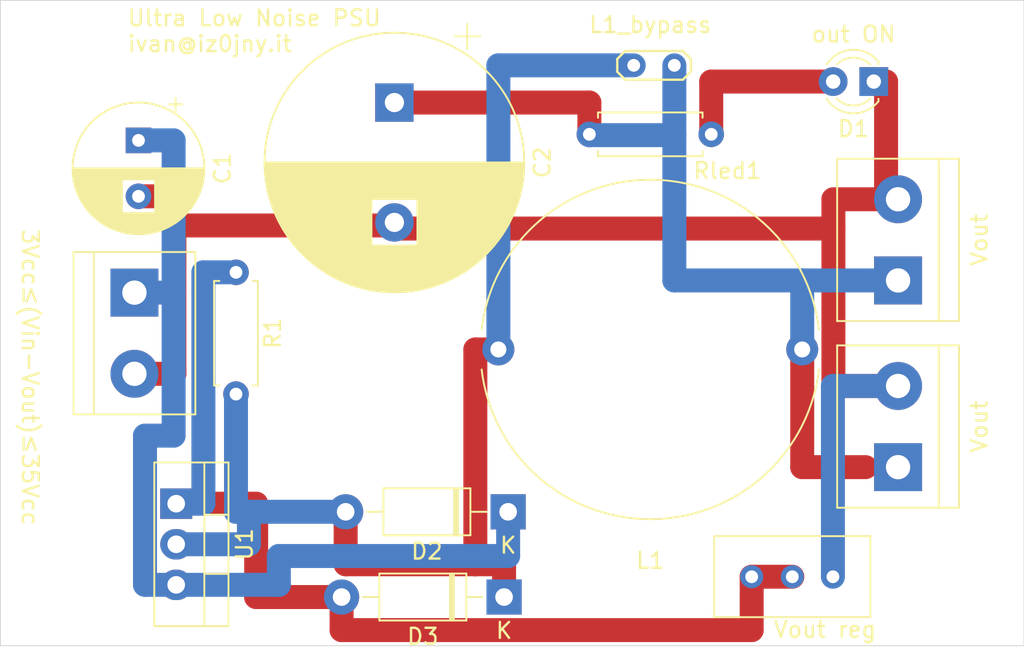
<source format=kicad_pcb>
(kicad_pcb (version 20221018) (generator pcbnew)
  (layers (0 "F.Cu" signal) (31 "B.Cu" signal) (34 "B.Paste" user) (35 "F.Paste" user) (36 "B.SilkS" user "B.Silkscreen") (37 "F.SilkS" user "F.Silkscreen") (38 "B.Mask" user) (39 "F.Mask" user) (44 "Edge.Cuts" user))
  (net 0 "")
  (net 1 "Net-(D2-A)")
  (net 2 "GND")
  (net 3 "Net-(J2-Pin_1)")
  (net 4 "Net-(D1-A)")
  (net 5 "Net-(D2-K)")
  (net 6 "Net-(D3-A)")
  (footprint "Diode_THT:D_DO-41_SOD81_P10.16mm_Horizontal" (layer "F.Cu") (at 153.67 115.062 180)
    (fp_text reference "D2" (at 5.08 -2.47) (layer "F.SilkS"))
    (fp_text value "1N5819")
    (fp_text user "K" (at 0 -2.1) (layer "F.SilkS"))
    (pad "1" thru_hole rect (at 0 0 180) (size 2.2 2.2) (drill 1.1) (layers "*.Cu" "*.Mask") (net 5 "Net-(D2-K)"))
    (pad "2" thru_hole oval (at 10.16 0 180) (size 2.2 2.2) (drill 1.1) (layers "*.Cu" "*.Mask") (net 1 "Net-(D2-A)"))
  )
  (footprint "MountingHole:MountingHole_3mm" (layer "F.Cu") (at 125.984 86.868)
    (fp_text reference "REF**" hide)
    (fp_text value "MountingHole_3mm" hide)
    (pad "" np_thru_hole circle (at 0 0) (size 3 3) (drill 3) (layers "*.Cu" "*.Mask"))
  )
  (footprint "TestPoint:TestPoint_2Pads_Pitch2.54mm_Drill0.8mm" (layer "F.Cu") (at 164.064 87.122 180)
    (fp_text reference "J5" hide)
    (fp_text value "L1_bypass" (at 1.504 2.54) (layer "F.SilkS"))
    (pad "1" thru_hole circle (at 0 0 180) (size 1.4 1.4) (drill 0.8) (layers "*.Cu" "*.Mask") (net 3 "Net-(J2-Pin_1)"))
    (pad "2" thru_hole circle (at 2.54 0 180) (size 1.4 1.4) (drill 0.8) (layers "*.Cu" "*.Mask") (net 1 "Net-(D2-A)"))
  )
  (footprint "TerminalBlock:TerminalBlock_bornier-2_P5.08mm" (layer "F.Cu") (at 178.054 112.268 90)
    (fp_text reference "J3" hide)
    (fp_text value "Vout" (at 2.54 5.08 90) (layer "F.SilkS"))
    (pad "1" thru_hole rect (at 0 0 90) (size 3 3) (drill 1.52) (layers "*.Cu" "*.Mask") (net 3 "Net-(J2-Pin_1)"))
    (pad "2" thru_hole circle (at 5.08 0 90) (size 3 3) (drill 1.52) (layers "*.Cu" "*.Mask") (net 2 "GND"))
  )
  (footprint "Potentiometer_THT:Potentiometer_Bourns_3296W_Vertical" (layer "F.Cu") (at 168.9 119.126 180)
    (fp_text reference "Vout reg" (at -4.582 -3.302) (layer "F.SilkS"))
    (fp_text value "5K")
    (pad "1" thru_hole circle (at 0 0 180) (size 1.44 1.44) (drill 0.8) (layers "*.Cu" "*.Mask") (net 6 "Net-(D3-A)"))
    (pad "2" thru_hole circle (at -2.54 0 180) (size 1.44 1.44) (drill 0.8) (layers "*.Cu" "*.Mask") (net 6 "Net-(D3-A)"))
    (pad "3" thru_hole circle (at -5.08 0 180) (size 1.44 1.44) (drill 0.8) (layers "*.Cu" "*.Mask") (net 2 "GND"))
  )
  (footprint "MountingHole:MountingHole_3mm" (layer "F.Cu") (at 182.118 86.868)
    (fp_text reference "REF**" hide)
    (fp_text value "MountingHole_3mm" hide)
    (pad "" np_thru_hole circle (at 0 0) (size 3 3) (drill 3) (layers "*.Cu" "*.Mask"))
  )
  (footprint "MountingHole:MountingHole_3mm" (layer "F.Cu") (at 125.984 119.38)
    (fp_text reference "REF**" hide)
    (fp_text value "MountingHole_3mm" hide)
    (pad "" np_thru_hole circle (at 0 0) (size 3 3) (drill 3) (layers "*.Cu" "*.Mask"))
  )
  (footprint "Capacitor_THT:CP_Radial_D16.0mm_P7.50mm" (layer "F.Cu") (at 146.558 89.4512 -90)
    (fp_text reference "C2" (at 3.75 -9.25 -90) (layer "F.SilkS"))
    (fp_text value "1000uF")
    (pad "1" thru_hole rect (at 0 0 270) (size 2.4 2.4) (drill 1.2) (layers "*.Cu" "*.Mask") (net 3 "Net-(J2-Pin_1)"))
    (pad "2" thru_hole circle (at 7.5 0 270) (size 2.4 2.4) (drill 1.2) (layers "*.Cu" "*.Mask") (net 2 "GND"))
  )
  (footprint "Capacitor_THT:CP_Radial_D8.0mm_P3.50mm" (layer "F.Cu") (at 130.556 91.8193 -90)
    (fp_text reference "C1" (at 1.75 -5.25 90) (layer "F.SilkS"))
    (fp_text value "100uF")
    (pad "1" thru_hole rect (at 0 0 270) (size 1.6 1.6) (drill 0.8) (layers "*.Cu" "*.Mask") (net 5 "Net-(D2-K)"))
    (pad "2" thru_hole circle (at 3.5 0 270) (size 1.6 1.6) (drill 0.8) (layers "*.Cu" "*.Mask") (net 2 "GND"))
  )
  (footprint "Package_TO_SOT_THT:TO-220-3_Vertical" (layer "F.Cu") (at 132.913 114.554 -90)
    (fp_text reference "U1" (at 2.54 -4.27 90) (layer "F.SilkS"))
    (fp_text value "LM350_TO220")
    (pad "1" thru_hole rect (at 0 0 270) (size 1.905 2) (drill 1.1) (layers "*.Cu" "*.Mask") (net 6 "Net-(D3-A)"))
    (pad "2" thru_hole oval (at 2.54 0 270) (size 1.905 2) (drill 1.1) (layers "*.Cu" "*.Mask") (net 1 "Net-(D2-A)"))
    (pad "3" thru_hole oval (at 5.08 0 270) (size 1.905 2) (drill 1.1) (layers "*.Cu" "*.Mask") (net 5 "Net-(D2-K)"))
  )
  (footprint "Inductor_THT:L_Radial_D21.0mm_P19.00mm" (layer "F.Cu") (at 153.06 104.902)
    (fp_text reference "L1" (at 9.5 13.208) (layer "F.SilkS"))
    (fp_text value "2.2mH")
    (pad "1" thru_hole circle (at 0 0) (size 2 2) (drill 1) (layers "*.Cu" "*.Mask") (net 1 "Net-(D2-A)"))
    (pad "2" thru_hole circle (at 19 0) (size 2 2) (drill 1) (layers "*.Cu" "*.Mask") (net 3 "Net-(J2-Pin_1)"))
  )
  (footprint "Resistor_THT:R_Axial_DIN0207_L6.3mm_D2.5mm_P7.62mm_Horizontal" (layer "F.Cu") (at 158.75 91.44)
    (fp_text reference "Rled1" (at 8.636 2.286) (layer "F.SilkS"))
    (fp_text value "Rx")
    (pad "1" thru_hole circle (at 0 0) (size 1.6 1.6) (drill 0.8) (layers "*.Cu" "*.Mask") (net 3 "Net-(J2-Pin_1)"))
    (pad "2" thru_hole oval (at 7.62 0) (size 1.6 1.6) (drill 0.8) (layers "*.Cu" "*.Mask") (net 4 "Net-(D1-A)"))
  )
  (footprint "TerminalBlock:TerminalBlock_bornier-2_P5.08mm" (layer "F.Cu") (at 130.302 101.346 -90)
    (fp_text reference "J1" hide)
    (fp_text value "Vin" hide)
    (pad "1" thru_hole rect (at 0 0 270) (size 3 3) (drill 1.52) (layers "*.Cu" "*.Mask") (net 5 "Net-(D2-K)"))
    (pad "2" thru_hole circle (at 5.08 0 270) (size 3 3) (drill 1.52) (layers "*.Cu" "*.Mask") (net 2 "GND"))
  )
  (footprint "Resistor_THT:R_Axial_DIN0207_L6.3mm_D2.5mm_P7.62mm_Horizontal" (layer "F.Cu") (at 136.652 107.696 90)
    (fp_text reference "R1" (at 3.81 2.286 90) (layer "F.SilkS"))
    (fp_text value "120R")
    (pad "1" thru_hole circle (at 0 0 90) (size 1.6 1.6) (drill 0.8) (layers "*.Cu" "*.Mask") (net 1 "Net-(D2-A)"))
    (pad "2" thru_hole oval (at 7.62 0 90) (size 1.6 1.6) (drill 0.8) (layers "*.Cu" "*.Mask") (net 6 "Net-(D3-A)"))
  )
  (footprint "LED_THT:LED_D3.0mm" (layer "F.Cu") (at 176.535 88.138 180)
    (fp_text reference "D1" (at 1.27 -2.96) (layer "F.SilkS"))
    (fp_text value "out ON" (at 1.27 2.96) (layer "F.SilkS"))
    (pad "1" thru_hole rect (at 0 0 180) (size 1.8 1.8) (drill 0.9) (layers "*.Cu" "*.Mask") (net 2 "GND"))
    (pad "2" thru_hole circle (at 2.54 0 180) (size 1.8 1.8) (drill 0.9) (layers "*.Cu" "*.Mask") (net 4 "Net-(D1-A)"))
  )
  (footprint "Diode_THT:D_DO-41_SOD81_P10.16mm_Horizontal" (layer "F.Cu") (at 153.416 120.396 180)
    (fp_text reference "D3" (at 5.08 -2.47) (layer "F.SilkS"))
    (fp_text value "1N5819")
    (fp_text user "K" (at 0 -2.1) (layer "F.SilkS"))
    (pad "1" thru_hole rect (at 0 0 180) (size 2.2 2.2) (drill 1.1) (layers "*.Cu" "*.Mask") (net 1 "Net-(D2-A)"))
    (pad "2" thru_hole oval (at 10.16 0 180) (size 2.2 2.2) (drill 1.1) (layers "*.Cu" "*.Mask") (net 6 "Net-(D3-A)"))
  )
  (footprint "MountingHole:MountingHole_3mm" (layer "F.Cu") (at 182.118 119.38)
    (fp_text reference "REF**" hide)
    (fp_text value "MountingHole_3mm" hide)
    (pad "" np_thru_hole circle (at 0 0) (size 3 3) (drill 3) (layers "*.Cu" "*.Mask"))
  )
  (footprint "TerminalBlock:TerminalBlock_bornier-2_P5.08mm" (layer "F.Cu") (at 178.054 100.584 90)
    (fp_text reference "J2" hide)
    (fp_text value "Vout" (at 2.54 5.08 90) (layer "F.SilkS"))
    (pad "1" thru_hole rect (at 0 0 90) (size 3 3) (drill 1.52) (layers "*.Cu" "*.Mask") (net 3 "Net-(J2-Pin_1)"))
    (pad "2" thru_hole circle (at 5.08 0 90) (size 3 3) (drill 1.52) (layers "*.Cu" "*.Mask") (net 2 "GND"))
  )
  (gr_rect (start 121.92 83.058) (end 185.928 123.444) (stroke (width 0.05)) (fill none) (layer "Edge.Cuts"))
  (gr_text "3Vcc≤(Vin−Vout)≤35Vcc\n" (at 123.19 97.282 270) (layer "F.SilkS") (effects (font (size 1 1)) (justify left bottom)))
  (gr_text "Ultra Low Noise PSU\nivan@iz0jny.it" (at 129.794 86.36) (layer "F.SilkS") (effects (font (size 1 1)) (justify left bottom)))
  (segment (start 151.6196 104.902) (end 151.6196 118.3456) (width 1.5) (layer "F.Cu") (net 1))
  (segment (start 153.416 120.396) (end 153.416 118.3456) (width 1.5) (layer "F.Cu") (net 1))
  (segment (start 153.06 104.902) (end 151.6196 104.902) (width 1.5) (layer "F.Cu") (net 1))
  (segment (start 151.6196 118.3456) (end 143.51 118.3456) (width 1.5) (layer "F.Cu") (net 1))
  (segment (start 143.51 118.3456) (end 143.51 115.062) (width 1.5) (layer "F.Cu") (net 1))
  (segment (start 153.416 118.3456) (end 151.6196 118.3456) (width 1.5) (layer "F.Cu") (net 1))
  (segment (start 153.06 87.122) (end 153.06 104.902) (width 1.5) (layer "B.Cu") (net 1))
  (segment (start 161.524 87.122) (end 153.06 87.122) (width 1.5) (layer "B.Cu") (net 1))
  (segment (start 137.4592 115.062) (end 136.652 115.062) (width 1.5) (layer "B.Cu") (net 1))
  (segment (start 136.652 115.062) (end 136.652 107.696) (width 1.5) (layer "B.Cu") (net 1))
  (segment (start 143.51 115.062) (end 137.4592 115.062) (width 1.5) (layer "B.Cu") (net 1))
  (segment (start 137.4592 117.094) (end 132.913 117.094) (width 1.5) (layer "B.Cu") (net 1))
  (segment (start 137.4592 115.062) (end 137.4592 117.094) (width 1.5) (layer "B.Cu") (net 1))
  (segment (start 174.0104 97.336) (end 146.558 97.336) (width 1.5) (layer "F.Cu") (net 2))
  (segment (start 174.0104 107.188) (end 174.0104 97.336) (width 1.5) (layer "F.Cu") (net 2))
  (segment (start 146.558 97.336) (end 146.558 97.1436) (width 1.5) (layer "F.Cu") (net 2))
  (segment (start 130.556 95.3193) (end 132.7994 95.3193) (width 1.5) (layer "F.Cu") (net 2))
  (segment (start 132.7994 97.1436) (end 132.7994 106.426) (width 1.5) (layer "F.Cu") (net 2))
  (segment (start 177.3042 88.138) (end 177.3042 95.504) (width 1.5) (layer "F.Cu") (net 2))
  (segment (start 132.7994 95.3193) (end 132.7994 97.1436) (width 1.5) (layer "F.Cu") (net 2))
  (segment (start 174.0104 95.504) (end 174.0104 97.336) (width 1.5) (layer "F.Cu") (net 2))
  (segment (start 146.558 97.1436) (end 146.558 96.9512) (width 1.5) (layer "F.Cu") (net 2))
  (segment (start 178.054 107.188) (end 174.0104 107.188) (width 1.5) (layer "F.Cu") (net 2))
  (segment (start 178.054 95.504) (end 177.3042 95.504) (width 1.5) (layer "F.Cu") (net 2))
  (segment (start 177.3042 95.504) (end 174.0104 95.504) (width 1.5) (layer "F.Cu") (net 2))
  (segment (start 132.7994 106.426) (end 130.302 106.426) (width 1.5) (layer "F.Cu") (net 2))
  (segment (start 176.535 88.138) (end 177.3042 88.138) (width 1.5) (layer "F.Cu") (net 2))
  (segment (start 146.558 97.1436) (end 132.7994 97.1436) (width 1.5) (layer "F.Cu") (net 2))
  (segment (start 173.98 107.188) (end 178.054 107.188) (width 1.5) (layer "B.Cu") (net 2))
  (segment (start 173.98 119.126) (end 173.98 107.188) (width 1.5) (layer "B.Cu") (net 2))
  (segment (start 178.054 112.268) (end 176.022 112.268) (width 0.25) (layer "F.Cu") (net 3))
  (segment (start 158.75 89.4512) (end 158.75 91.44) (width 1.5) (layer "F.Cu") (net 3))
  (segment (start 176.022 112.268) (end 172.06 112.268) (width 1.5) (layer "F.Cu") (net 3))
  (segment (start 146.558 89.4512) (end 158.75 89.4512) (width 1.5) (layer "F.Cu") (net 3))
  (segment (start 172.06 112.268) (end 172.06 104.902) (width 1.5) (layer "F.Cu") (net 3))
  (segment (start 158.75 91.4898) (end 164.064 91.4898) (width 1.5) (layer "B.Cu") (net 3))
  (segment (start 158.75 91.44) (end 158.75 91.4898) (width 1.5) (layer "B.Cu") (net 3))
  (segment (start 164.064 91.4898) (end 164.064 87.122) (width 1.5) (layer "B.Cu") (net 3))
  (segment (start 172.06 100.584) (end 164.064 100.584) (width 1.5) (layer "B.Cu") (net 3))
  (segment (start 172.06 104.902) (end 172.06 100.584) (width 1.5) (layer "B.Cu") (net 3))
  (segment (start 164.064 100.584) (end 164.064 91.4898) (width 1.5) (layer "B.Cu") (net 3))
  (segment (start 178.054 100.584) (end 172.06 100.584) (width 1.5) (layer "B.Cu") (net 3))
  (segment (start 166.37 88.138) (end 166.37 91.44) (width 1.5) (layer "F.Cu") (net 4))
  (segment (start 173.995 88.138) (end 166.37 88.138) (width 1.5) (layer "F.Cu") (net 4))
  (segment (start 132.7524 101.346) (end 132.7524 110.2951) (width 1.5) (layer "B.Cu") (net 5))
  (segment (start 132.7524 101.346) (end 130.302 101.346) (width 1.5) (layer "B.Cu") (net 5))
  (segment (start 132.7524 110.2951) (end 130.9626 110.2951) (width 1.5) (layer "B.Cu") (net 5))
  (segment (start 132.913 119.634) (end 139.332 119.634) (width 1.5) (layer "B.Cu") (net 5))
  (segment (start 139.332 119.634) (end 139.332 117.8278) (width 1.5) (layer "B.Cu") (net 5))
  (segment (start 130.9626 119.634) (end 132.913 119.634) (width 1.5) (layer "B.Cu") (net 5))
  (segment (start 132.7524 91.8193) (end 132.7524 101.346) (width 1.5) (layer "B.Cu") (net 5))
  (segment (start 130.9626 110.2951) (end 130.9626 119.634) (width 1.5) (layer "B.Cu") (net 5))
  (segment (start 153.67 117.8278) (end 153.67 115.062) (width 1.5) (layer "B.Cu") (net 5))
  (segment (start 139.332 117.8278) (end 153.67 117.8278) (width 1.5) (layer "B.Cu") (net 5))
  (segment (start 130.556 91.8193) (end 132.7524 91.8193) (width 1.5) (layer "B.Cu") (net 5))
  (segment (start 171.44 119.126) (end 168.9 119.126) (width 1.5) (layer "F.Cu") (net 6))
  (segment (start 132.913 114.554) (end 137.9135 114.554) (width 1.5) (layer "F.Cu") (net 6))
  (segment (start 168.9 122.465) (end 168.9 119.126) (width 1.5) (layer "F.Cu") (net 6))
  (segment (start 137.9135 114.554) (end 137.9135 120.396) (width 1.5) (layer "F.Cu") (net 6))
  (segment (start 143.256 120.396) (end 143.256 122.465) (width 1.5) (layer "F.Cu") (net 6))
  (segment (start 137.9135 120.396) (end 143.256 120.396) (width 1.5) (layer "F.Cu") (net 6))
  (segment (start 143.256 122.465) (end 168.9 122.465) (width 1.5) (layer "F.Cu") (net 6))
  (segment (start 132.913 114.554) (end 134.6133 114.554) (width 1.5) (layer "B.Cu") (net 6))
  (segment (start 134.6133 114.554) (end 134.6133 100.076) (width 1.5) (layer "B.Cu") (net 6))
  (segment (start 134.6133 100.076) (end 136.652 100.076) (width 1.5) (layer "B.Cu") (net 6))
)
</source>
